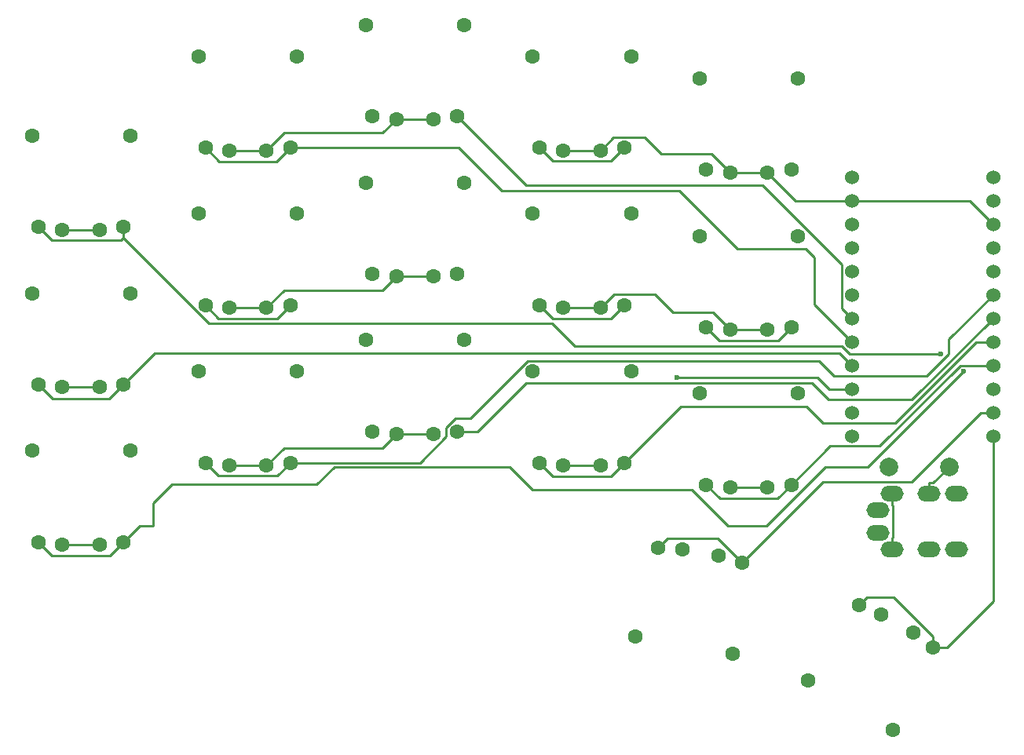
<source format=gtl>
G04 #@! TF.GenerationSoftware,KiCad,Pcbnew,5.1.6*
G04 #@! TF.CreationDate,2020-09-08T13:44:10+01:00*
G04 #@! TF.ProjectId,cradio-pg1232,63726164-696f-42d7-9067-313233322e6b,2.1*
G04 #@! TF.SameCoordinates,Original*
G04 #@! TF.FileFunction,Copper,L1,Top*
G04 #@! TF.FilePolarity,Positive*
%FSLAX46Y46*%
G04 Gerber Fmt 4.6, Leading zero omitted, Abs format (unit mm)*
G04 Created by KiCad (PCBNEW 5.1.6) date 2020-09-08 13:44:10*
%MOMM*%
%LPD*%
G01*
G04 APERTURE LIST*
G04 #@! TA.AperFunction,ComponentPad*
%ADD10C,1.600000*%
G04 #@! TD*
G04 #@! TA.AperFunction,ComponentPad*
%ADD11C,1.524000*%
G04 #@! TD*
G04 #@! TA.AperFunction,ComponentPad*
%ADD12C,2.000000*%
G04 #@! TD*
G04 #@! TA.AperFunction,ComponentPad*
%ADD13O,2.500000X1.700000*%
G04 #@! TD*
G04 #@! TA.AperFunction,ViaPad*
%ADD14C,0.600000*%
G04 #@! TD*
G04 #@! TA.AperFunction,Conductor*
%ADD15C,0.250000*%
G04 #@! TD*
G04 APERTURE END LIST*
D10*
X135846396Y-87543270D03*
X130297949Y-83993463D03*
X127913604Y-82963270D03*
X133762051Y-85993463D03*
X131544935Y-96433621D03*
X122365065Y-91133621D03*
X115246025Y-78392789D03*
X108818085Y-76954742D03*
X106225186Y-76802172D03*
X112757316Y-77649334D03*
X114244652Y-88218172D03*
X103805690Y-86377501D03*
X120580000Y-70020000D03*
X114000000Y-70320000D03*
X111420000Y-70020000D03*
X118000000Y-70320000D03*
X121300000Y-60170000D03*
X110700000Y-60170000D03*
X102580000Y-67645000D03*
X96000000Y-67945000D03*
X93420000Y-67645000D03*
X100000000Y-67945000D03*
X103300000Y-57795000D03*
X92700000Y-57795000D03*
X84580000Y-64270000D03*
X78000000Y-64570000D03*
X75420000Y-64270000D03*
X82000000Y-64570000D03*
X85300000Y-54420000D03*
X74700000Y-54420000D03*
X66580000Y-67645000D03*
X60000000Y-67945000D03*
X57420000Y-67645000D03*
X64000000Y-67945000D03*
X67300000Y-57795000D03*
X56700000Y-57795000D03*
X48580000Y-76205000D03*
X42000000Y-76505000D03*
X39420000Y-76205000D03*
X46000000Y-76505000D03*
X49300000Y-66355000D03*
X38700000Y-66355000D03*
X120580000Y-53020000D03*
X114000000Y-53320000D03*
X111420000Y-53020000D03*
X118000000Y-53320000D03*
X121300000Y-43170000D03*
X110700000Y-43170000D03*
X102580000Y-50640000D03*
X96000000Y-50940000D03*
X93420000Y-50640000D03*
X100000000Y-50940000D03*
X103300000Y-40790000D03*
X92700000Y-40790000D03*
X84580000Y-47270000D03*
X78000000Y-47570000D03*
X75420000Y-47270000D03*
X82000000Y-47570000D03*
X85300000Y-37420000D03*
X74700000Y-37420000D03*
X66580000Y-50640000D03*
X60000000Y-50940000D03*
X57420000Y-50640000D03*
X64000000Y-50940000D03*
X67300000Y-40790000D03*
X56700000Y-40790000D03*
X48580000Y-59200000D03*
X42000000Y-59500000D03*
X39420000Y-59200000D03*
X46000000Y-59500000D03*
X49300000Y-49350000D03*
X38700000Y-49350000D03*
X120580000Y-36020000D03*
X114000000Y-36320000D03*
X111420000Y-36020000D03*
X118000000Y-36320000D03*
X121300000Y-26170000D03*
X110700000Y-26170000D03*
X102580000Y-33640000D03*
X96000000Y-33940000D03*
X93420000Y-33640000D03*
X100000000Y-33940000D03*
X103300000Y-23790000D03*
X92700000Y-23790000D03*
X84580000Y-30280000D03*
X78000000Y-30580000D03*
X75420000Y-30280000D03*
X82000000Y-30580000D03*
X85300000Y-20430000D03*
X74700000Y-20430000D03*
X48580000Y-42200000D03*
X42000000Y-42500000D03*
X39420000Y-42200000D03*
X46000000Y-42500000D03*
X49300000Y-32350000D03*
X38700000Y-32350000D03*
X66580000Y-33640000D03*
X60000000Y-33940000D03*
X57420000Y-33640000D03*
X64000000Y-33940000D03*
X67300000Y-23790000D03*
X56700000Y-23790000D03*
D11*
X127111400Y-36830000D03*
X127111400Y-39370000D03*
X127111400Y-41910000D03*
X127111400Y-44450000D03*
X127111400Y-46990000D03*
X127111400Y-49530000D03*
X127111400Y-52070000D03*
X127111400Y-54610000D03*
X127111400Y-57150000D03*
X127111400Y-59690000D03*
X127111400Y-62230000D03*
X127111400Y-64770000D03*
X142331400Y-64770000D03*
X142331400Y-62230000D03*
X142331400Y-59690000D03*
X142331400Y-57150000D03*
X142331400Y-54610000D03*
X142331400Y-52070000D03*
X142331400Y-49530000D03*
X142331400Y-46990000D03*
X142331400Y-44450000D03*
X142331400Y-41910000D03*
X142331400Y-39370000D03*
X142331400Y-36830000D03*
D12*
X137616000Y-68072000D03*
X131116000Y-68072000D03*
D13*
X129932000Y-72760000D03*
X131432000Y-76960000D03*
X135432000Y-76960000D03*
X138432000Y-76960000D03*
X135432000Y-71010000D03*
X138432000Y-71010000D03*
X129932000Y-75210000D03*
X131432000Y-71010000D03*
D14*
X136682900Y-55912300D03*
X108283400Y-58417000D03*
X139115500Y-57803700D03*
D15*
X142331400Y-52070000D02*
X133602000Y-60799400D01*
X133602000Y-60799400D02*
X124566300Y-60799400D01*
X124566300Y-60799400D02*
X122811600Y-59044700D01*
X122811600Y-59044700D02*
X91956800Y-59044700D01*
X91956800Y-59044700D02*
X86731500Y-64270000D01*
X86731500Y-64270000D02*
X84580000Y-64270000D01*
X142331400Y-54610000D02*
X140494300Y-54610000D01*
X140494300Y-54610000D02*
X131769400Y-63334900D01*
X131769400Y-63334900D02*
X123990400Y-63334900D01*
X123990400Y-63334900D02*
X122198200Y-61542700D01*
X122198200Y-61542700D02*
X108682300Y-61542700D01*
X108682300Y-61542700D02*
X102580000Y-67645000D01*
X93420000Y-67645000D02*
X94867000Y-69092000D01*
X94867000Y-69092000D02*
X101133000Y-69092000D01*
X101133000Y-69092000D02*
X102580000Y-67645000D01*
X142331400Y-57150000D02*
X138782400Y-57150000D01*
X138782400Y-57150000D02*
X130075100Y-65857300D01*
X130075100Y-65857300D02*
X124742700Y-65857300D01*
X124742700Y-65857300D02*
X120580000Y-70020000D01*
X120580000Y-70020000D02*
X119126000Y-71474000D01*
X119126000Y-71474000D02*
X112874000Y-71474000D01*
X112874000Y-71474000D02*
X111420000Y-70020000D01*
X48580000Y-43396200D02*
X48580000Y-42200000D01*
X136682900Y-55912300D02*
X126875900Y-55912300D01*
X126875900Y-55912300D02*
X126058400Y-55094800D01*
X126058400Y-55094800D02*
X97237900Y-55094800D01*
X97237900Y-55094800D02*
X94749900Y-52606800D01*
X94749900Y-52606800D02*
X57790600Y-52606800D01*
X57790600Y-52606800D02*
X48580000Y-43396200D01*
X39420000Y-42200000D02*
X40891100Y-43671100D01*
X40891100Y-43671100D02*
X48305100Y-43671100D01*
X48305100Y-43671100D02*
X48580000Y-43396200D01*
X46000000Y-76505000D02*
X42000000Y-76505000D01*
X135432000Y-71010000D02*
X135432000Y-69834700D01*
X135432000Y-69834700D02*
X135853300Y-69834700D01*
X135853300Y-69834700D02*
X137616000Y-68072000D01*
X78000000Y-64570000D02*
X82000000Y-64570000D01*
X64000000Y-33940000D02*
X60000000Y-33940000D01*
X78000000Y-30580000D02*
X76524300Y-32055700D01*
X76524300Y-32055700D02*
X65884300Y-32055700D01*
X65884300Y-32055700D02*
X64000000Y-33940000D01*
X64000000Y-67945000D02*
X65913600Y-66031400D01*
X65913600Y-66031400D02*
X76538600Y-66031400D01*
X76538600Y-66031400D02*
X78000000Y-64570000D01*
X60000000Y-67945000D02*
X64000000Y-67945000D01*
X64000000Y-50940000D02*
X60000000Y-50940000D01*
X78000000Y-47570000D02*
X76509200Y-49060800D01*
X76509200Y-49060800D02*
X65879200Y-49060800D01*
X65879200Y-49060800D02*
X64000000Y-50940000D01*
X114000000Y-36320000D02*
X111994800Y-34314800D01*
X111994800Y-34314800D02*
X106590000Y-34314800D01*
X106590000Y-34314800D02*
X104785700Y-32510500D01*
X104785700Y-32510500D02*
X101429500Y-32510500D01*
X101429500Y-32510500D02*
X100000000Y-33940000D01*
X118000000Y-36320000D02*
X114000000Y-36320000D01*
X82000000Y-30580000D02*
X78000000Y-30580000D01*
X118000000Y-70320000D02*
X114000000Y-70320000D01*
X100000000Y-67945000D02*
X96000000Y-67945000D01*
X100000000Y-50940000D02*
X96000000Y-50940000D01*
X118000000Y-53320000D02*
X114000000Y-53320000D01*
X100000000Y-50940000D02*
X101464400Y-49475600D01*
X101464400Y-49475600D02*
X105910300Y-49475600D01*
X105910300Y-49475600D02*
X107870400Y-51435700D01*
X107870400Y-51435700D02*
X112115700Y-51435700D01*
X112115700Y-51435700D02*
X114000000Y-53320000D01*
X82000000Y-47570000D02*
X78000000Y-47570000D01*
X46000000Y-59500000D02*
X42000000Y-59500000D01*
X100000000Y-33940000D02*
X96000000Y-33940000D01*
X127111400Y-39370000D02*
X121050000Y-39370000D01*
X121050000Y-39370000D02*
X118000000Y-36320000D01*
X46000000Y-42500000D02*
X42000000Y-42500000D01*
X142331400Y-41910000D02*
X139791400Y-39370000D01*
X139791400Y-39370000D02*
X127111400Y-39370000D01*
X131432000Y-76960000D02*
X131432000Y-75784700D01*
X131432000Y-71010000D02*
X131432000Y-72185300D01*
X131432000Y-72185300D02*
X131575600Y-72328900D01*
X131575600Y-72328900D02*
X131575600Y-75641100D01*
X131575600Y-75641100D02*
X131432000Y-75784700D01*
X102580000Y-33640000D02*
X101150000Y-35070000D01*
X101150000Y-35070000D02*
X94850000Y-35070000D01*
X94850000Y-35070000D02*
X93420000Y-33640000D01*
X127111400Y-52070000D02*
X126024000Y-50982600D01*
X126024000Y-50982600D02*
X126024000Y-46291100D01*
X126024000Y-46291100D02*
X117462900Y-37730000D01*
X117462900Y-37730000D02*
X92030000Y-37730000D01*
X92030000Y-37730000D02*
X84580000Y-30280000D01*
X127111400Y-54610000D02*
X123094100Y-50592700D01*
X123094100Y-50592700D02*
X123094100Y-45527000D01*
X123094100Y-45527000D02*
X122111700Y-44544600D01*
X122111700Y-44544600D02*
X114763800Y-44544600D01*
X114763800Y-44544600D02*
X108539300Y-38320100D01*
X108539300Y-38320100D02*
X89383100Y-38320100D01*
X89383100Y-38320100D02*
X84703000Y-33640000D01*
X84703000Y-33640000D02*
X66580000Y-33640000D01*
X57420000Y-33640000D02*
X58930300Y-35150300D01*
X58930300Y-35150300D02*
X65069700Y-35150300D01*
X65069700Y-35150300D02*
X66580000Y-33640000D01*
X48580000Y-59200000D02*
X51985400Y-55794600D01*
X51985400Y-55794600D02*
X125756000Y-55794600D01*
X125756000Y-55794600D02*
X127111400Y-57150000D01*
X39420000Y-59200000D02*
X40931300Y-60711300D01*
X40931300Y-60711300D02*
X47068700Y-60711300D01*
X47068700Y-60711300D02*
X48580000Y-59200000D01*
X66580000Y-50640000D02*
X65154500Y-52065500D01*
X65154500Y-52065500D02*
X58845500Y-52065500D01*
X58845500Y-52065500D02*
X57420000Y-50640000D01*
X127111400Y-59690000D02*
X124688500Y-59690000D01*
X124688500Y-59690000D02*
X123415500Y-58417000D01*
X123415500Y-58417000D02*
X108283400Y-58417000D01*
X120580000Y-53020000D02*
X119137400Y-54462600D01*
X119137400Y-54462600D02*
X112862600Y-54462600D01*
X112862600Y-54462600D02*
X111420000Y-53020000D01*
X66580000Y-67645000D02*
X80545100Y-67645000D01*
X80545100Y-67645000D02*
X83359700Y-64830400D01*
X83359700Y-64830400D02*
X83359700Y-63839400D01*
X83359700Y-63839400D02*
X84348800Y-62850300D01*
X84348800Y-62850300D02*
X85985000Y-62850300D01*
X85985000Y-62850300D02*
X92177600Y-56657700D01*
X92177600Y-56657700D02*
X123589700Y-56657700D01*
X123589700Y-56657700D02*
X125203400Y-58271400D01*
X125203400Y-58271400D02*
X135208200Y-58271400D01*
X135208200Y-58271400D02*
X137575600Y-55904000D01*
X137575600Y-55904000D02*
X137575600Y-54285800D01*
X137575600Y-54285800D02*
X142331400Y-49530000D01*
X57420000Y-67645000D02*
X58848200Y-69073200D01*
X58848200Y-69073200D02*
X65151800Y-69073200D01*
X65151800Y-69073200D02*
X66580000Y-67645000D01*
X139115500Y-57803700D02*
X128807200Y-68112000D01*
X128807200Y-68112000D02*
X124254700Y-68112000D01*
X124254700Y-68112000D02*
X117886300Y-74480400D01*
X50304600Y-74480400D02*
X48580000Y-76205000D01*
X48580000Y-76205000D02*
X47122800Y-77662200D01*
X47122800Y-77662200D02*
X40877200Y-77662200D01*
X40877200Y-77662200D02*
X39420000Y-76205000D01*
X51770400Y-74480400D02*
X50304600Y-74480400D01*
X51770400Y-74480400D02*
X51770400Y-72029600D01*
X51770400Y-72029600D02*
X53800000Y-70000000D01*
X53800000Y-70000000D02*
X69430000Y-70000000D01*
X71334990Y-68095010D02*
X90235010Y-68095010D01*
X69430000Y-70000000D02*
X71334990Y-68095010D01*
X90235010Y-68095010D02*
X92660000Y-70520000D01*
X109820000Y-70520000D02*
X113780400Y-74480400D01*
X92660000Y-70520000D02*
X109820000Y-70520000D01*
X117886300Y-74480400D02*
X113780400Y-74480400D01*
X102580000Y-50640000D02*
X101136300Y-52083700D01*
X101136300Y-52083700D02*
X94863700Y-52083700D01*
X94863700Y-52083700D02*
X93420000Y-50640000D01*
X142331400Y-64770000D02*
X142331400Y-82558600D01*
X137346730Y-87543270D02*
X135846396Y-87543270D01*
X142331400Y-82558600D02*
X137346730Y-87543270D01*
X131597767Y-82163271D02*
X128713603Y-82163271D01*
X128713603Y-82163271D02*
X127913604Y-82963270D01*
X135846396Y-86411900D02*
X131597767Y-82163271D01*
X135846396Y-87543270D02*
X135846396Y-86411900D01*
X115246000Y-78392800D02*
X123968300Y-69670500D01*
X123968300Y-69670500D02*
X133537200Y-69670500D01*
X133537200Y-69670500D02*
X140977700Y-62230000D01*
X140977700Y-62230000D02*
X142331400Y-62230000D01*
X115246000Y-78392800D02*
X112671200Y-75818000D01*
X112671200Y-75818000D02*
X107209400Y-75818000D01*
X107209400Y-75818000D02*
X106225200Y-76802200D01*
M02*

</source>
